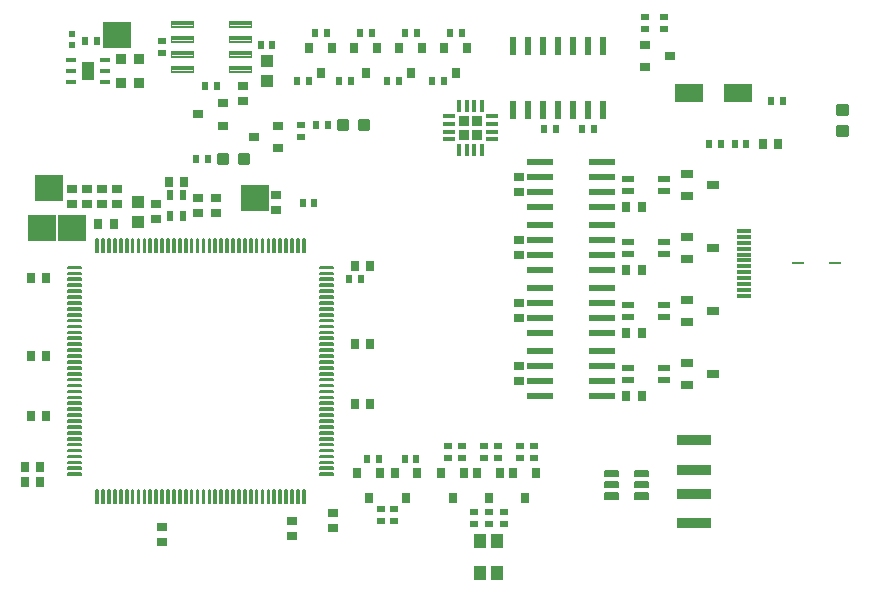
<source format=gbr>
G04 EAGLE Gerber RS-274X export*
G75*
%MOMM*%
%FSLAX34Y34*%
%LPD*%
%INSolderpaste Top*%
%IPPOS*%
%AMOC8*
5,1,8,0,0,1.08239X$1,22.5*%
G01*
%ADD10R,0.600000X0.700000*%
%ADD11R,0.508000X0.965200*%
%ADD12R,0.900000X0.700000*%
%ADD13R,0.700000X0.900000*%
%ADD14R,1.000000X1.100000*%
%ADD15R,2.200000X0.600000*%
%ADD16R,1.050000X0.500000*%
%ADD17R,1.000000X0.700000*%
%ADD18R,0.600000X1.500000*%
%ADD19R,0.800000X0.900000*%
%ADD20R,0.535100X0.644000*%
%ADD21R,1.100000X1.150000*%
%ADD22R,0.700000X0.600000*%
%ADD23R,3.000000X0.900000*%
%ADD24C,0.145000*%
%ADD25C,0.159000*%
%ADD26R,1.200000X0.300000*%
%ADD27R,1.000000X0.200000*%
%ADD28R,2.392000X1.565300*%
%ADD29R,0.900000X0.800000*%
%ADD30R,0.644000X0.535100*%
%ADD31C,0.300000*%
%ADD32R,1.011931X1.581138*%
%ADD33R,0.840000X0.420000*%
%ADD34R,0.920900X0.970200*%
%ADD35R,0.629100X0.560000*%
%ADD36R,2.489200X2.235200*%
%ADD37R,0.960000X0.960000*%
%ADD38R,1.050000X0.340000*%
%ADD39R,0.340000X1.050000*%
%ADD40C,0.120378*%


D10*
X376000Y365760D03*
X386000Y365760D03*
D11*
X263525Y371983D03*
X263525Y354457D03*
X274955Y354457D03*
X274955Y371983D03*
D12*
X287020Y356720D03*
X287020Y369720D03*
D13*
X262740Y383540D03*
X275740Y383540D03*
D14*
X236220Y349640D03*
X236220Y366640D03*
D13*
X420220Y312420D03*
X433220Y312420D03*
X153820Y129540D03*
X140820Y129540D03*
X158900Y236220D03*
X145900Y236220D03*
X158900Y185420D03*
X145900Y185420D03*
D12*
X302260Y356720D03*
X302260Y369720D03*
X401320Y103020D03*
X401320Y90020D03*
D13*
X420220Y195580D03*
X433220Y195580D03*
X420220Y246380D03*
X433220Y246380D03*
X158900Y302260D03*
X145900Y302260D03*
D12*
X256540Y91590D03*
X256540Y78590D03*
X353060Y359260D03*
X353060Y372260D03*
X180340Y364340D03*
X180340Y377340D03*
X193040Y364340D03*
X193040Y377340D03*
X218440Y364340D03*
X218440Y377340D03*
D13*
X203050Y347980D03*
X216050Y347980D03*
D12*
X367030Y96670D03*
X367030Y83670D03*
D13*
X153820Y142240D03*
X140820Y142240D03*
D15*
X577250Y227330D03*
X629250Y227330D03*
X577250Y240030D03*
X577250Y214630D03*
X577250Y201930D03*
X629250Y240030D03*
X629250Y214630D03*
X629250Y201930D03*
D13*
X650090Y201930D03*
X663090Y201930D03*
D12*
X558800Y214480D03*
X558800Y227480D03*
D16*
X651500Y225980D03*
X651500Y215980D03*
X682000Y215980D03*
X682000Y225980D03*
D17*
X723470Y220980D03*
X701470Y211480D03*
X701470Y230480D03*
D15*
X577250Y387350D03*
X629250Y387350D03*
X577250Y400050D03*
X577250Y374650D03*
X577250Y361950D03*
X629250Y400050D03*
X629250Y374650D03*
X629250Y361950D03*
D13*
X650090Y361950D03*
X663090Y361950D03*
D12*
X558800Y374500D03*
X558800Y387500D03*
D16*
X651500Y386000D03*
X651500Y376000D03*
X682000Y376000D03*
X682000Y386000D03*
D17*
X723470Y381000D03*
X701470Y371500D03*
X701470Y390500D03*
D15*
X577250Y334010D03*
X629250Y334010D03*
X577250Y346710D03*
X577250Y321310D03*
X577250Y308610D03*
X629250Y346710D03*
X629250Y321310D03*
X629250Y308610D03*
D13*
X650090Y308610D03*
X663090Y308610D03*
D12*
X558800Y321160D03*
X558800Y334160D03*
D16*
X651500Y332660D03*
X651500Y322660D03*
X682000Y322660D03*
X682000Y332660D03*
D17*
X723470Y327660D03*
X701470Y318160D03*
X701470Y337160D03*
D15*
X577250Y280670D03*
X629250Y280670D03*
X577250Y293370D03*
X577250Y267970D03*
X577250Y255270D03*
X629250Y293370D03*
X629250Y267970D03*
X629250Y255270D03*
D13*
X650090Y255270D03*
X663090Y255270D03*
D12*
X558800Y267820D03*
X558800Y280820D03*
D16*
X651500Y279320D03*
X651500Y269320D03*
X682000Y269320D03*
X682000Y279320D03*
D17*
X723470Y274320D03*
X701470Y264820D03*
X701470Y283820D03*
D18*
X629920Y498170D03*
X617220Y498170D03*
X604520Y498170D03*
X591820Y498170D03*
X579120Y498170D03*
X566420Y498170D03*
X553720Y498170D03*
X553720Y444170D03*
X566420Y444170D03*
X579120Y444170D03*
X591820Y444170D03*
X604520Y444170D03*
X617220Y444170D03*
X629920Y444170D03*
D19*
X476860Y496410D03*
X457860Y496410D03*
X467360Y475410D03*
X514960Y496410D03*
X495960Y496410D03*
X505460Y475410D03*
X400660Y496410D03*
X381660Y496410D03*
X391160Y475410D03*
X438760Y496410D03*
X419760Y496410D03*
X429260Y475410D03*
D20*
X462285Y509270D03*
X472435Y509270D03*
X457195Y468630D03*
X447045Y468630D03*
X500385Y509270D03*
X510535Y509270D03*
X495295Y468630D03*
X485145Y468630D03*
X386085Y509270D03*
X396235Y509270D03*
X380995Y468630D03*
X370845Y468630D03*
X424185Y509270D03*
X434335Y509270D03*
X416555Y468630D03*
X406405Y468630D03*
D12*
X251460Y351640D03*
X251460Y364640D03*
D21*
X525900Y52290D03*
X540900Y52290D03*
X540900Y79790D03*
X525900Y79790D03*
D19*
X573380Y137000D03*
X554380Y137000D03*
X563880Y116000D03*
X542900Y137000D03*
X523900Y137000D03*
X533400Y116000D03*
X512420Y137000D03*
X493420Y137000D03*
X502920Y116000D03*
D22*
X546100Y94060D03*
X546100Y104060D03*
X533400Y94060D03*
X533400Y104060D03*
X520700Y94060D03*
X520700Y104060D03*
D23*
X707660Y119540D03*
X707660Y94540D03*
X707660Y139540D03*
X707660Y164540D03*
D24*
X643015Y134325D02*
X632365Y134325D01*
X632365Y138675D01*
X643015Y138675D01*
X643015Y134325D01*
X643015Y135702D02*
X632365Y135702D01*
X632365Y137079D02*
X643015Y137079D01*
X643015Y138456D02*
X632365Y138456D01*
X632365Y124825D02*
X643015Y124825D01*
X632365Y124825D02*
X632365Y129175D01*
X643015Y129175D01*
X643015Y124825D01*
X643015Y126202D02*
X632365Y126202D01*
X632365Y127579D02*
X643015Y127579D01*
X643015Y128956D02*
X632365Y128956D01*
X632365Y115325D02*
X643015Y115325D01*
X632365Y115325D02*
X632365Y119675D01*
X643015Y119675D01*
X643015Y115325D01*
X643015Y116702D02*
X632365Y116702D01*
X632365Y118079D02*
X643015Y118079D01*
X643015Y119456D02*
X632365Y119456D01*
X657465Y115325D02*
X668115Y115325D01*
X657465Y115325D02*
X657465Y119675D01*
X668115Y119675D01*
X668115Y115325D01*
X668115Y116702D02*
X657465Y116702D01*
X657465Y118079D02*
X668115Y118079D01*
X668115Y119456D02*
X657465Y119456D01*
X657465Y124825D02*
X668115Y124825D01*
X657465Y124825D02*
X657465Y129175D01*
X668115Y129175D01*
X668115Y124825D01*
X668115Y126202D02*
X657465Y126202D01*
X657465Y127579D02*
X668115Y127579D01*
X668115Y128956D02*
X657465Y128956D01*
X657465Y134325D02*
X668115Y134325D01*
X657465Y134325D02*
X657465Y138675D01*
X668115Y138675D01*
X668115Y134325D01*
X668115Y135702D02*
X657465Y135702D01*
X657465Y137079D02*
X668115Y137079D01*
X668115Y138456D02*
X657465Y138456D01*
D22*
X453390Y106600D03*
X453390Y96600D03*
X441960Y106600D03*
X441960Y96600D03*
D25*
X377765Y324315D02*
X377765Y335325D01*
X377765Y324315D02*
X376355Y324315D01*
X376355Y335325D01*
X377765Y335325D01*
X377765Y325825D02*
X376355Y325825D01*
X376355Y327335D02*
X377765Y327335D01*
X377765Y328845D02*
X376355Y328845D01*
X376355Y330355D02*
X377765Y330355D01*
X377765Y331865D02*
X376355Y331865D01*
X376355Y333375D02*
X377765Y333375D01*
X377765Y334885D02*
X376355Y334885D01*
X372765Y335325D02*
X372765Y324315D01*
X371355Y324315D01*
X371355Y335325D01*
X372765Y335325D01*
X372765Y325825D02*
X371355Y325825D01*
X371355Y327335D02*
X372765Y327335D01*
X372765Y328845D02*
X371355Y328845D01*
X371355Y330355D02*
X372765Y330355D01*
X372765Y331865D02*
X371355Y331865D01*
X371355Y333375D02*
X372765Y333375D01*
X372765Y334885D02*
X371355Y334885D01*
X367765Y335325D02*
X367765Y324315D01*
X366355Y324315D01*
X366355Y335325D01*
X367765Y335325D01*
X367765Y325825D02*
X366355Y325825D01*
X366355Y327335D02*
X367765Y327335D01*
X367765Y328845D02*
X366355Y328845D01*
X366355Y330355D02*
X367765Y330355D01*
X367765Y331865D02*
X366355Y331865D01*
X366355Y333375D02*
X367765Y333375D01*
X367765Y334885D02*
X366355Y334885D01*
X362765Y335325D02*
X362765Y324315D01*
X361355Y324315D01*
X361355Y335325D01*
X362765Y335325D01*
X362765Y325825D02*
X361355Y325825D01*
X361355Y327335D02*
X362765Y327335D01*
X362765Y328845D02*
X361355Y328845D01*
X361355Y330355D02*
X362765Y330355D01*
X362765Y331865D02*
X361355Y331865D01*
X361355Y333375D02*
X362765Y333375D01*
X362765Y334885D02*
X361355Y334885D01*
X357765Y335325D02*
X357765Y324315D01*
X356355Y324315D01*
X356355Y335325D01*
X357765Y335325D01*
X357765Y325825D02*
X356355Y325825D01*
X356355Y327335D02*
X357765Y327335D01*
X357765Y328845D02*
X356355Y328845D01*
X356355Y330355D02*
X357765Y330355D01*
X357765Y331865D02*
X356355Y331865D01*
X356355Y333375D02*
X357765Y333375D01*
X357765Y334885D02*
X356355Y334885D01*
X352765Y335325D02*
X352765Y324315D01*
X351355Y324315D01*
X351355Y335325D01*
X352765Y335325D01*
X352765Y325825D02*
X351355Y325825D01*
X351355Y327335D02*
X352765Y327335D01*
X352765Y328845D02*
X351355Y328845D01*
X351355Y330355D02*
X352765Y330355D01*
X352765Y331865D02*
X351355Y331865D01*
X351355Y333375D02*
X352765Y333375D01*
X352765Y334885D02*
X351355Y334885D01*
X347765Y335325D02*
X347765Y324315D01*
X346355Y324315D01*
X346355Y335325D01*
X347765Y335325D01*
X347765Y325825D02*
X346355Y325825D01*
X346355Y327335D02*
X347765Y327335D01*
X347765Y328845D02*
X346355Y328845D01*
X346355Y330355D02*
X347765Y330355D01*
X347765Y331865D02*
X346355Y331865D01*
X346355Y333375D02*
X347765Y333375D01*
X347765Y334885D02*
X346355Y334885D01*
X342765Y335325D02*
X342765Y324315D01*
X341355Y324315D01*
X341355Y335325D01*
X342765Y335325D01*
X342765Y325825D02*
X341355Y325825D01*
X341355Y327335D02*
X342765Y327335D01*
X342765Y328845D02*
X341355Y328845D01*
X341355Y330355D02*
X342765Y330355D01*
X342765Y331865D02*
X341355Y331865D01*
X341355Y333375D02*
X342765Y333375D01*
X342765Y334885D02*
X341355Y334885D01*
X337765Y335325D02*
X337765Y324315D01*
X336355Y324315D01*
X336355Y335325D01*
X337765Y335325D01*
X337765Y325825D02*
X336355Y325825D01*
X336355Y327335D02*
X337765Y327335D01*
X337765Y328845D02*
X336355Y328845D01*
X336355Y330355D02*
X337765Y330355D01*
X337765Y331865D02*
X336355Y331865D01*
X336355Y333375D02*
X337765Y333375D01*
X337765Y334885D02*
X336355Y334885D01*
X332765Y335325D02*
X332765Y324315D01*
X331355Y324315D01*
X331355Y335325D01*
X332765Y335325D01*
X332765Y325825D02*
X331355Y325825D01*
X331355Y327335D02*
X332765Y327335D01*
X332765Y328845D02*
X331355Y328845D01*
X331355Y330355D02*
X332765Y330355D01*
X332765Y331865D02*
X331355Y331865D01*
X331355Y333375D02*
X332765Y333375D01*
X332765Y334885D02*
X331355Y334885D01*
X327765Y335325D02*
X327765Y324315D01*
X326355Y324315D01*
X326355Y335325D01*
X327765Y335325D01*
X327765Y325825D02*
X326355Y325825D01*
X326355Y327335D02*
X327765Y327335D01*
X327765Y328845D02*
X326355Y328845D01*
X326355Y330355D02*
X327765Y330355D01*
X327765Y331865D02*
X326355Y331865D01*
X326355Y333375D02*
X327765Y333375D01*
X327765Y334885D02*
X326355Y334885D01*
X322765Y335325D02*
X322765Y324315D01*
X321355Y324315D01*
X321355Y335325D01*
X322765Y335325D01*
X322765Y325825D02*
X321355Y325825D01*
X321355Y327335D02*
X322765Y327335D01*
X322765Y328845D02*
X321355Y328845D01*
X321355Y330355D02*
X322765Y330355D01*
X322765Y331865D02*
X321355Y331865D01*
X321355Y333375D02*
X322765Y333375D01*
X322765Y334885D02*
X321355Y334885D01*
X317765Y335325D02*
X317765Y324315D01*
X316355Y324315D01*
X316355Y335325D01*
X317765Y335325D01*
X317765Y325825D02*
X316355Y325825D01*
X316355Y327335D02*
X317765Y327335D01*
X317765Y328845D02*
X316355Y328845D01*
X316355Y330355D02*
X317765Y330355D01*
X317765Y331865D02*
X316355Y331865D01*
X316355Y333375D02*
X317765Y333375D01*
X317765Y334885D02*
X316355Y334885D01*
X312765Y335325D02*
X312765Y324315D01*
X311355Y324315D01*
X311355Y335325D01*
X312765Y335325D01*
X312765Y325825D02*
X311355Y325825D01*
X311355Y327335D02*
X312765Y327335D01*
X312765Y328845D02*
X311355Y328845D01*
X311355Y330355D02*
X312765Y330355D01*
X312765Y331865D02*
X311355Y331865D01*
X311355Y333375D02*
X312765Y333375D01*
X312765Y334885D02*
X311355Y334885D01*
X307765Y335325D02*
X307765Y324315D01*
X306355Y324315D01*
X306355Y335325D01*
X307765Y335325D01*
X307765Y325825D02*
X306355Y325825D01*
X306355Y327335D02*
X307765Y327335D01*
X307765Y328845D02*
X306355Y328845D01*
X306355Y330355D02*
X307765Y330355D01*
X307765Y331865D02*
X306355Y331865D01*
X306355Y333375D02*
X307765Y333375D01*
X307765Y334885D02*
X306355Y334885D01*
X302765Y335325D02*
X302765Y324315D01*
X301355Y324315D01*
X301355Y335325D01*
X302765Y335325D01*
X302765Y325825D02*
X301355Y325825D01*
X301355Y327335D02*
X302765Y327335D01*
X302765Y328845D02*
X301355Y328845D01*
X301355Y330355D02*
X302765Y330355D01*
X302765Y331865D02*
X301355Y331865D01*
X301355Y333375D02*
X302765Y333375D01*
X302765Y334885D02*
X301355Y334885D01*
X297765Y335325D02*
X297765Y324315D01*
X296355Y324315D01*
X296355Y335325D01*
X297765Y335325D01*
X297765Y325825D02*
X296355Y325825D01*
X296355Y327335D02*
X297765Y327335D01*
X297765Y328845D02*
X296355Y328845D01*
X296355Y330355D02*
X297765Y330355D01*
X297765Y331865D02*
X296355Y331865D01*
X296355Y333375D02*
X297765Y333375D01*
X297765Y334885D02*
X296355Y334885D01*
X292765Y335325D02*
X292765Y324315D01*
X291355Y324315D01*
X291355Y335325D01*
X292765Y335325D01*
X292765Y325825D02*
X291355Y325825D01*
X291355Y327335D02*
X292765Y327335D01*
X292765Y328845D02*
X291355Y328845D01*
X291355Y330355D02*
X292765Y330355D01*
X292765Y331865D02*
X291355Y331865D01*
X291355Y333375D02*
X292765Y333375D01*
X292765Y334885D02*
X291355Y334885D01*
X287765Y335325D02*
X287765Y324315D01*
X286355Y324315D01*
X286355Y335325D01*
X287765Y335325D01*
X287765Y325825D02*
X286355Y325825D01*
X286355Y327335D02*
X287765Y327335D01*
X287765Y328845D02*
X286355Y328845D01*
X286355Y330355D02*
X287765Y330355D01*
X287765Y331865D02*
X286355Y331865D01*
X286355Y333375D02*
X287765Y333375D01*
X287765Y334885D02*
X286355Y334885D01*
X282765Y335325D02*
X282765Y324315D01*
X281355Y324315D01*
X281355Y335325D01*
X282765Y335325D01*
X282765Y325825D02*
X281355Y325825D01*
X281355Y327335D02*
X282765Y327335D01*
X282765Y328845D02*
X281355Y328845D01*
X281355Y330355D02*
X282765Y330355D01*
X282765Y331865D02*
X281355Y331865D01*
X281355Y333375D02*
X282765Y333375D01*
X282765Y334885D02*
X281355Y334885D01*
X277765Y335325D02*
X277765Y324315D01*
X276355Y324315D01*
X276355Y335325D01*
X277765Y335325D01*
X277765Y325825D02*
X276355Y325825D01*
X276355Y327335D02*
X277765Y327335D01*
X277765Y328845D02*
X276355Y328845D01*
X276355Y330355D02*
X277765Y330355D01*
X277765Y331865D02*
X276355Y331865D01*
X276355Y333375D02*
X277765Y333375D01*
X277765Y334885D02*
X276355Y334885D01*
X272765Y335325D02*
X272765Y324315D01*
X271355Y324315D01*
X271355Y335325D01*
X272765Y335325D01*
X272765Y325825D02*
X271355Y325825D01*
X271355Y327335D02*
X272765Y327335D01*
X272765Y328845D02*
X271355Y328845D01*
X271355Y330355D02*
X272765Y330355D01*
X272765Y331865D02*
X271355Y331865D01*
X271355Y333375D02*
X272765Y333375D01*
X272765Y334885D02*
X271355Y334885D01*
X267765Y335325D02*
X267765Y324315D01*
X266355Y324315D01*
X266355Y335325D01*
X267765Y335325D01*
X267765Y325825D02*
X266355Y325825D01*
X266355Y327335D02*
X267765Y327335D01*
X267765Y328845D02*
X266355Y328845D01*
X266355Y330355D02*
X267765Y330355D01*
X267765Y331865D02*
X266355Y331865D01*
X266355Y333375D02*
X267765Y333375D01*
X267765Y334885D02*
X266355Y334885D01*
X262765Y335325D02*
X262765Y324315D01*
X261355Y324315D01*
X261355Y335325D01*
X262765Y335325D01*
X262765Y325825D02*
X261355Y325825D01*
X261355Y327335D02*
X262765Y327335D01*
X262765Y328845D02*
X261355Y328845D01*
X261355Y330355D02*
X262765Y330355D01*
X262765Y331865D02*
X261355Y331865D01*
X261355Y333375D02*
X262765Y333375D01*
X262765Y334885D02*
X261355Y334885D01*
X257765Y335325D02*
X257765Y324315D01*
X256355Y324315D01*
X256355Y335325D01*
X257765Y335325D01*
X257765Y325825D02*
X256355Y325825D01*
X256355Y327335D02*
X257765Y327335D01*
X257765Y328845D02*
X256355Y328845D01*
X256355Y330355D02*
X257765Y330355D01*
X257765Y331865D02*
X256355Y331865D01*
X256355Y333375D02*
X257765Y333375D01*
X257765Y334885D02*
X256355Y334885D01*
X252765Y335325D02*
X252765Y324315D01*
X251355Y324315D01*
X251355Y335325D01*
X252765Y335325D01*
X252765Y325825D02*
X251355Y325825D01*
X251355Y327335D02*
X252765Y327335D01*
X252765Y328845D02*
X251355Y328845D01*
X251355Y330355D02*
X252765Y330355D01*
X252765Y331865D02*
X251355Y331865D01*
X251355Y333375D02*
X252765Y333375D01*
X252765Y334885D02*
X251355Y334885D01*
X247765Y335325D02*
X247765Y324315D01*
X246355Y324315D01*
X246355Y335325D01*
X247765Y335325D01*
X247765Y325825D02*
X246355Y325825D01*
X246355Y327335D02*
X247765Y327335D01*
X247765Y328845D02*
X246355Y328845D01*
X246355Y330355D02*
X247765Y330355D01*
X247765Y331865D02*
X246355Y331865D01*
X246355Y333375D02*
X247765Y333375D01*
X247765Y334885D02*
X246355Y334885D01*
X242765Y335325D02*
X242765Y324315D01*
X241355Y324315D01*
X241355Y335325D01*
X242765Y335325D01*
X242765Y325825D02*
X241355Y325825D01*
X241355Y327335D02*
X242765Y327335D01*
X242765Y328845D02*
X241355Y328845D01*
X241355Y330355D02*
X242765Y330355D01*
X242765Y331865D02*
X241355Y331865D01*
X241355Y333375D02*
X242765Y333375D01*
X242765Y334885D02*
X241355Y334885D01*
X237765Y335325D02*
X237765Y324315D01*
X236355Y324315D01*
X236355Y335325D01*
X237765Y335325D01*
X237765Y325825D02*
X236355Y325825D01*
X236355Y327335D02*
X237765Y327335D01*
X237765Y328845D02*
X236355Y328845D01*
X236355Y330355D02*
X237765Y330355D01*
X237765Y331865D02*
X236355Y331865D01*
X236355Y333375D02*
X237765Y333375D01*
X237765Y334885D02*
X236355Y334885D01*
X232765Y335325D02*
X232765Y324315D01*
X231355Y324315D01*
X231355Y335325D01*
X232765Y335325D01*
X232765Y325825D02*
X231355Y325825D01*
X231355Y327335D02*
X232765Y327335D01*
X232765Y328845D02*
X231355Y328845D01*
X231355Y330355D02*
X232765Y330355D01*
X232765Y331865D02*
X231355Y331865D01*
X231355Y333375D02*
X232765Y333375D01*
X232765Y334885D02*
X231355Y334885D01*
X227765Y335325D02*
X227765Y324315D01*
X226355Y324315D01*
X226355Y335325D01*
X227765Y335325D01*
X227765Y325825D02*
X226355Y325825D01*
X226355Y327335D02*
X227765Y327335D01*
X227765Y328845D02*
X226355Y328845D01*
X226355Y330355D02*
X227765Y330355D01*
X227765Y331865D02*
X226355Y331865D01*
X226355Y333375D02*
X227765Y333375D01*
X227765Y334885D02*
X226355Y334885D01*
X222765Y335325D02*
X222765Y324315D01*
X221355Y324315D01*
X221355Y335325D01*
X222765Y335325D01*
X222765Y325825D02*
X221355Y325825D01*
X221355Y327335D02*
X222765Y327335D01*
X222765Y328845D02*
X221355Y328845D01*
X221355Y330355D02*
X222765Y330355D01*
X222765Y331865D02*
X221355Y331865D01*
X221355Y333375D02*
X222765Y333375D01*
X222765Y334885D02*
X221355Y334885D01*
X217765Y335325D02*
X217765Y324315D01*
X216355Y324315D01*
X216355Y335325D01*
X217765Y335325D01*
X217765Y325825D02*
X216355Y325825D01*
X216355Y327335D02*
X217765Y327335D01*
X217765Y328845D02*
X216355Y328845D01*
X216355Y330355D02*
X217765Y330355D01*
X217765Y331865D02*
X216355Y331865D01*
X216355Y333375D02*
X217765Y333375D01*
X217765Y334885D02*
X216355Y334885D01*
X212765Y335325D02*
X212765Y324315D01*
X211355Y324315D01*
X211355Y335325D01*
X212765Y335325D01*
X212765Y325825D02*
X211355Y325825D01*
X211355Y327335D02*
X212765Y327335D01*
X212765Y328845D02*
X211355Y328845D01*
X211355Y330355D02*
X212765Y330355D01*
X212765Y331865D02*
X211355Y331865D01*
X211355Y333375D02*
X212765Y333375D01*
X212765Y334885D02*
X211355Y334885D01*
X207765Y335325D02*
X207765Y324315D01*
X206355Y324315D01*
X206355Y335325D01*
X207765Y335325D01*
X207765Y325825D02*
X206355Y325825D01*
X206355Y327335D02*
X207765Y327335D01*
X207765Y328845D02*
X206355Y328845D01*
X206355Y330355D02*
X207765Y330355D01*
X207765Y331865D02*
X206355Y331865D01*
X206355Y333375D02*
X207765Y333375D01*
X207765Y334885D02*
X206355Y334885D01*
X202765Y335325D02*
X202765Y324315D01*
X201355Y324315D01*
X201355Y335325D01*
X202765Y335325D01*
X202765Y325825D02*
X201355Y325825D01*
X201355Y327335D02*
X202765Y327335D01*
X202765Y328845D02*
X201355Y328845D01*
X201355Y330355D02*
X202765Y330355D01*
X202765Y331865D02*
X201355Y331865D01*
X201355Y333375D02*
X202765Y333375D01*
X202765Y334885D02*
X201355Y334885D01*
X188765Y311725D02*
X177755Y311725D01*
X188765Y311725D02*
X188765Y310315D01*
X177755Y310315D01*
X177755Y311725D01*
X177755Y306725D02*
X188765Y306725D01*
X188765Y305315D01*
X177755Y305315D01*
X177755Y306725D01*
X177755Y301725D02*
X188765Y301725D01*
X188765Y300315D01*
X177755Y300315D01*
X177755Y301725D01*
X177755Y296725D02*
X188765Y296725D01*
X188765Y295315D01*
X177755Y295315D01*
X177755Y296725D01*
X177755Y291725D02*
X188765Y291725D01*
X188765Y290315D01*
X177755Y290315D01*
X177755Y291725D01*
X177755Y286725D02*
X188765Y286725D01*
X188765Y285315D01*
X177755Y285315D01*
X177755Y286725D01*
X177755Y281725D02*
X188765Y281725D01*
X188765Y280315D01*
X177755Y280315D01*
X177755Y281725D01*
X177755Y276725D02*
X188765Y276725D01*
X188765Y275315D01*
X177755Y275315D01*
X177755Y276725D01*
X177755Y271725D02*
X188765Y271725D01*
X188765Y270315D01*
X177755Y270315D01*
X177755Y271725D01*
X177755Y266725D02*
X188765Y266725D01*
X188765Y265315D01*
X177755Y265315D01*
X177755Y266725D01*
X177755Y261725D02*
X188765Y261725D01*
X188765Y260315D01*
X177755Y260315D01*
X177755Y261725D01*
X177755Y256725D02*
X188765Y256725D01*
X188765Y255315D01*
X177755Y255315D01*
X177755Y256725D01*
X177755Y251725D02*
X188765Y251725D01*
X188765Y250315D01*
X177755Y250315D01*
X177755Y251725D01*
X177755Y246725D02*
X188765Y246725D01*
X188765Y245315D01*
X177755Y245315D01*
X177755Y246725D01*
X177755Y241725D02*
X188765Y241725D01*
X188765Y240315D01*
X177755Y240315D01*
X177755Y241725D01*
X177755Y236725D02*
X188765Y236725D01*
X188765Y235315D01*
X177755Y235315D01*
X177755Y236725D01*
X177755Y231725D02*
X188765Y231725D01*
X188765Y230315D01*
X177755Y230315D01*
X177755Y231725D01*
X177755Y226725D02*
X188765Y226725D01*
X188765Y225315D01*
X177755Y225315D01*
X177755Y226725D01*
X177755Y221725D02*
X188765Y221725D01*
X188765Y220315D01*
X177755Y220315D01*
X177755Y221725D01*
X177755Y216725D02*
X188765Y216725D01*
X188765Y215315D01*
X177755Y215315D01*
X177755Y216725D01*
X177755Y211725D02*
X188765Y211725D01*
X188765Y210315D01*
X177755Y210315D01*
X177755Y211725D01*
X177755Y206725D02*
X188765Y206725D01*
X188765Y205315D01*
X177755Y205315D01*
X177755Y206725D01*
X177755Y201725D02*
X188765Y201725D01*
X188765Y200315D01*
X177755Y200315D01*
X177755Y201725D01*
X177755Y196725D02*
X188765Y196725D01*
X188765Y195315D01*
X177755Y195315D01*
X177755Y196725D01*
X177755Y191725D02*
X188765Y191725D01*
X188765Y190315D01*
X177755Y190315D01*
X177755Y191725D01*
X177755Y186725D02*
X188765Y186725D01*
X188765Y185315D01*
X177755Y185315D01*
X177755Y186725D01*
X177755Y181725D02*
X188765Y181725D01*
X188765Y180315D01*
X177755Y180315D01*
X177755Y181725D01*
X177755Y176725D02*
X188765Y176725D01*
X188765Y175315D01*
X177755Y175315D01*
X177755Y176725D01*
X177755Y171725D02*
X188765Y171725D01*
X188765Y170315D01*
X177755Y170315D01*
X177755Y171725D01*
X177755Y166725D02*
X188765Y166725D01*
X188765Y165315D01*
X177755Y165315D01*
X177755Y166725D01*
X177755Y161725D02*
X188765Y161725D01*
X188765Y160315D01*
X177755Y160315D01*
X177755Y161725D01*
X177755Y156725D02*
X188765Y156725D01*
X188765Y155315D01*
X177755Y155315D01*
X177755Y156725D01*
X177755Y151725D02*
X188765Y151725D01*
X188765Y150315D01*
X177755Y150315D01*
X177755Y151725D01*
X177755Y146725D02*
X188765Y146725D01*
X188765Y145315D01*
X177755Y145315D01*
X177755Y146725D01*
X177755Y141725D02*
X188765Y141725D01*
X188765Y140315D01*
X177755Y140315D01*
X177755Y141725D01*
X177755Y136725D02*
X188765Y136725D01*
X188765Y135315D01*
X177755Y135315D01*
X177755Y136725D01*
X201355Y122725D02*
X201355Y111715D01*
X201355Y122725D02*
X202765Y122725D01*
X202765Y111715D01*
X201355Y111715D01*
X201355Y113225D02*
X202765Y113225D01*
X202765Y114735D02*
X201355Y114735D01*
X201355Y116245D02*
X202765Y116245D01*
X202765Y117755D02*
X201355Y117755D01*
X201355Y119265D02*
X202765Y119265D01*
X202765Y120775D02*
X201355Y120775D01*
X201355Y122285D02*
X202765Y122285D01*
X206355Y122725D02*
X206355Y111715D01*
X206355Y122725D02*
X207765Y122725D01*
X207765Y111715D01*
X206355Y111715D01*
X206355Y113225D02*
X207765Y113225D01*
X207765Y114735D02*
X206355Y114735D01*
X206355Y116245D02*
X207765Y116245D01*
X207765Y117755D02*
X206355Y117755D01*
X206355Y119265D02*
X207765Y119265D01*
X207765Y120775D02*
X206355Y120775D01*
X206355Y122285D02*
X207765Y122285D01*
X211355Y122725D02*
X211355Y111715D01*
X211355Y122725D02*
X212765Y122725D01*
X212765Y111715D01*
X211355Y111715D01*
X211355Y113225D02*
X212765Y113225D01*
X212765Y114735D02*
X211355Y114735D01*
X211355Y116245D02*
X212765Y116245D01*
X212765Y117755D02*
X211355Y117755D01*
X211355Y119265D02*
X212765Y119265D01*
X212765Y120775D02*
X211355Y120775D01*
X211355Y122285D02*
X212765Y122285D01*
X216355Y122725D02*
X216355Y111715D01*
X216355Y122725D02*
X217765Y122725D01*
X217765Y111715D01*
X216355Y111715D01*
X216355Y113225D02*
X217765Y113225D01*
X217765Y114735D02*
X216355Y114735D01*
X216355Y116245D02*
X217765Y116245D01*
X217765Y117755D02*
X216355Y117755D01*
X216355Y119265D02*
X217765Y119265D01*
X217765Y120775D02*
X216355Y120775D01*
X216355Y122285D02*
X217765Y122285D01*
X221355Y122725D02*
X221355Y111715D01*
X221355Y122725D02*
X222765Y122725D01*
X222765Y111715D01*
X221355Y111715D01*
X221355Y113225D02*
X222765Y113225D01*
X222765Y114735D02*
X221355Y114735D01*
X221355Y116245D02*
X222765Y116245D01*
X222765Y117755D02*
X221355Y117755D01*
X221355Y119265D02*
X222765Y119265D01*
X222765Y120775D02*
X221355Y120775D01*
X221355Y122285D02*
X222765Y122285D01*
X226355Y122725D02*
X226355Y111715D01*
X226355Y122725D02*
X227765Y122725D01*
X227765Y111715D01*
X226355Y111715D01*
X226355Y113225D02*
X227765Y113225D01*
X227765Y114735D02*
X226355Y114735D01*
X226355Y116245D02*
X227765Y116245D01*
X227765Y117755D02*
X226355Y117755D01*
X226355Y119265D02*
X227765Y119265D01*
X227765Y120775D02*
X226355Y120775D01*
X226355Y122285D02*
X227765Y122285D01*
X231355Y122725D02*
X231355Y111715D01*
X231355Y122725D02*
X232765Y122725D01*
X232765Y111715D01*
X231355Y111715D01*
X231355Y113225D02*
X232765Y113225D01*
X232765Y114735D02*
X231355Y114735D01*
X231355Y116245D02*
X232765Y116245D01*
X232765Y117755D02*
X231355Y117755D01*
X231355Y119265D02*
X232765Y119265D01*
X232765Y120775D02*
X231355Y120775D01*
X231355Y122285D02*
X232765Y122285D01*
X236355Y122725D02*
X236355Y111715D01*
X236355Y122725D02*
X237765Y122725D01*
X237765Y111715D01*
X236355Y111715D01*
X236355Y113225D02*
X237765Y113225D01*
X237765Y114735D02*
X236355Y114735D01*
X236355Y116245D02*
X237765Y116245D01*
X237765Y117755D02*
X236355Y117755D01*
X236355Y119265D02*
X237765Y119265D01*
X237765Y120775D02*
X236355Y120775D01*
X236355Y122285D02*
X237765Y122285D01*
X241355Y122725D02*
X241355Y111715D01*
X241355Y122725D02*
X242765Y122725D01*
X242765Y111715D01*
X241355Y111715D01*
X241355Y113225D02*
X242765Y113225D01*
X242765Y114735D02*
X241355Y114735D01*
X241355Y116245D02*
X242765Y116245D01*
X242765Y117755D02*
X241355Y117755D01*
X241355Y119265D02*
X242765Y119265D01*
X242765Y120775D02*
X241355Y120775D01*
X241355Y122285D02*
X242765Y122285D01*
X246355Y122725D02*
X246355Y111715D01*
X246355Y122725D02*
X247765Y122725D01*
X247765Y111715D01*
X246355Y111715D01*
X246355Y113225D02*
X247765Y113225D01*
X247765Y114735D02*
X246355Y114735D01*
X246355Y116245D02*
X247765Y116245D01*
X247765Y117755D02*
X246355Y117755D01*
X246355Y119265D02*
X247765Y119265D01*
X247765Y120775D02*
X246355Y120775D01*
X246355Y122285D02*
X247765Y122285D01*
X251355Y122725D02*
X251355Y111715D01*
X251355Y122725D02*
X252765Y122725D01*
X252765Y111715D01*
X251355Y111715D01*
X251355Y113225D02*
X252765Y113225D01*
X252765Y114735D02*
X251355Y114735D01*
X251355Y116245D02*
X252765Y116245D01*
X252765Y117755D02*
X251355Y117755D01*
X251355Y119265D02*
X252765Y119265D01*
X252765Y120775D02*
X251355Y120775D01*
X251355Y122285D02*
X252765Y122285D01*
X256355Y122725D02*
X256355Y111715D01*
X256355Y122725D02*
X257765Y122725D01*
X257765Y111715D01*
X256355Y111715D01*
X256355Y113225D02*
X257765Y113225D01*
X257765Y114735D02*
X256355Y114735D01*
X256355Y116245D02*
X257765Y116245D01*
X257765Y117755D02*
X256355Y117755D01*
X256355Y119265D02*
X257765Y119265D01*
X257765Y120775D02*
X256355Y120775D01*
X256355Y122285D02*
X257765Y122285D01*
X261355Y122725D02*
X261355Y111715D01*
X261355Y122725D02*
X262765Y122725D01*
X262765Y111715D01*
X261355Y111715D01*
X261355Y113225D02*
X262765Y113225D01*
X262765Y114735D02*
X261355Y114735D01*
X261355Y116245D02*
X262765Y116245D01*
X262765Y117755D02*
X261355Y117755D01*
X261355Y119265D02*
X262765Y119265D01*
X262765Y120775D02*
X261355Y120775D01*
X261355Y122285D02*
X262765Y122285D01*
X266355Y122725D02*
X266355Y111715D01*
X266355Y122725D02*
X267765Y122725D01*
X267765Y111715D01*
X266355Y111715D01*
X266355Y113225D02*
X267765Y113225D01*
X267765Y114735D02*
X266355Y114735D01*
X266355Y116245D02*
X267765Y116245D01*
X267765Y117755D02*
X266355Y117755D01*
X266355Y119265D02*
X267765Y119265D01*
X267765Y120775D02*
X266355Y120775D01*
X266355Y122285D02*
X267765Y122285D01*
X271355Y122725D02*
X271355Y111715D01*
X271355Y122725D02*
X272765Y122725D01*
X272765Y111715D01*
X271355Y111715D01*
X271355Y113225D02*
X272765Y113225D01*
X272765Y114735D02*
X271355Y114735D01*
X271355Y116245D02*
X272765Y116245D01*
X272765Y117755D02*
X271355Y117755D01*
X271355Y119265D02*
X272765Y119265D01*
X272765Y120775D02*
X271355Y120775D01*
X271355Y122285D02*
X272765Y122285D01*
X276355Y122725D02*
X276355Y111715D01*
X276355Y122725D02*
X277765Y122725D01*
X277765Y111715D01*
X276355Y111715D01*
X276355Y113225D02*
X277765Y113225D01*
X277765Y114735D02*
X276355Y114735D01*
X276355Y116245D02*
X277765Y116245D01*
X277765Y117755D02*
X276355Y117755D01*
X276355Y119265D02*
X277765Y119265D01*
X277765Y120775D02*
X276355Y120775D01*
X276355Y122285D02*
X277765Y122285D01*
X281355Y122725D02*
X281355Y111715D01*
X281355Y122725D02*
X282765Y122725D01*
X282765Y111715D01*
X281355Y111715D01*
X281355Y113225D02*
X282765Y113225D01*
X282765Y114735D02*
X281355Y114735D01*
X281355Y116245D02*
X282765Y116245D01*
X282765Y117755D02*
X281355Y117755D01*
X281355Y119265D02*
X282765Y119265D01*
X282765Y120775D02*
X281355Y120775D01*
X281355Y122285D02*
X282765Y122285D01*
X286355Y122725D02*
X286355Y111715D01*
X286355Y122725D02*
X287765Y122725D01*
X287765Y111715D01*
X286355Y111715D01*
X286355Y113225D02*
X287765Y113225D01*
X287765Y114735D02*
X286355Y114735D01*
X286355Y116245D02*
X287765Y116245D01*
X287765Y117755D02*
X286355Y117755D01*
X286355Y119265D02*
X287765Y119265D01*
X287765Y120775D02*
X286355Y120775D01*
X286355Y122285D02*
X287765Y122285D01*
X291355Y122725D02*
X291355Y111715D01*
X291355Y122725D02*
X292765Y122725D01*
X292765Y111715D01*
X291355Y111715D01*
X291355Y113225D02*
X292765Y113225D01*
X292765Y114735D02*
X291355Y114735D01*
X291355Y116245D02*
X292765Y116245D01*
X292765Y117755D02*
X291355Y117755D01*
X291355Y119265D02*
X292765Y119265D01*
X292765Y120775D02*
X291355Y120775D01*
X291355Y122285D02*
X292765Y122285D01*
X296355Y122725D02*
X296355Y111715D01*
X296355Y122725D02*
X297765Y122725D01*
X297765Y111715D01*
X296355Y111715D01*
X296355Y113225D02*
X297765Y113225D01*
X297765Y114735D02*
X296355Y114735D01*
X296355Y116245D02*
X297765Y116245D01*
X297765Y117755D02*
X296355Y117755D01*
X296355Y119265D02*
X297765Y119265D01*
X297765Y120775D02*
X296355Y120775D01*
X296355Y122285D02*
X297765Y122285D01*
X301355Y122725D02*
X301355Y111715D01*
X301355Y122725D02*
X302765Y122725D01*
X302765Y111715D01*
X301355Y111715D01*
X301355Y113225D02*
X302765Y113225D01*
X302765Y114735D02*
X301355Y114735D01*
X301355Y116245D02*
X302765Y116245D01*
X302765Y117755D02*
X301355Y117755D01*
X301355Y119265D02*
X302765Y119265D01*
X302765Y120775D02*
X301355Y120775D01*
X301355Y122285D02*
X302765Y122285D01*
X306355Y122725D02*
X306355Y111715D01*
X306355Y122725D02*
X307765Y122725D01*
X307765Y111715D01*
X306355Y111715D01*
X306355Y113225D02*
X307765Y113225D01*
X307765Y114735D02*
X306355Y114735D01*
X306355Y116245D02*
X307765Y116245D01*
X307765Y117755D02*
X306355Y117755D01*
X306355Y119265D02*
X307765Y119265D01*
X307765Y120775D02*
X306355Y120775D01*
X306355Y122285D02*
X307765Y122285D01*
X311355Y122725D02*
X311355Y111715D01*
X311355Y122725D02*
X312765Y122725D01*
X312765Y111715D01*
X311355Y111715D01*
X311355Y113225D02*
X312765Y113225D01*
X312765Y114735D02*
X311355Y114735D01*
X311355Y116245D02*
X312765Y116245D01*
X312765Y117755D02*
X311355Y117755D01*
X311355Y119265D02*
X312765Y119265D01*
X312765Y120775D02*
X311355Y120775D01*
X311355Y122285D02*
X312765Y122285D01*
X316355Y122725D02*
X316355Y111715D01*
X316355Y122725D02*
X317765Y122725D01*
X317765Y111715D01*
X316355Y111715D01*
X316355Y113225D02*
X317765Y113225D01*
X317765Y114735D02*
X316355Y114735D01*
X316355Y116245D02*
X317765Y116245D01*
X317765Y117755D02*
X316355Y117755D01*
X316355Y119265D02*
X317765Y119265D01*
X317765Y120775D02*
X316355Y120775D01*
X316355Y122285D02*
X317765Y122285D01*
X321355Y122725D02*
X321355Y111715D01*
X321355Y122725D02*
X322765Y122725D01*
X322765Y111715D01*
X321355Y111715D01*
X321355Y113225D02*
X322765Y113225D01*
X322765Y114735D02*
X321355Y114735D01*
X321355Y116245D02*
X322765Y116245D01*
X322765Y117755D02*
X321355Y117755D01*
X321355Y119265D02*
X322765Y119265D01*
X322765Y120775D02*
X321355Y120775D01*
X321355Y122285D02*
X322765Y122285D01*
X326355Y122725D02*
X326355Y111715D01*
X326355Y122725D02*
X327765Y122725D01*
X327765Y111715D01*
X326355Y111715D01*
X326355Y113225D02*
X327765Y113225D01*
X327765Y114735D02*
X326355Y114735D01*
X326355Y116245D02*
X327765Y116245D01*
X327765Y117755D02*
X326355Y117755D01*
X326355Y119265D02*
X327765Y119265D01*
X327765Y120775D02*
X326355Y120775D01*
X326355Y122285D02*
X327765Y122285D01*
X331355Y122725D02*
X331355Y111715D01*
X331355Y122725D02*
X332765Y122725D01*
X332765Y111715D01*
X331355Y111715D01*
X331355Y113225D02*
X332765Y113225D01*
X332765Y114735D02*
X331355Y114735D01*
X331355Y116245D02*
X332765Y116245D01*
X332765Y117755D02*
X331355Y117755D01*
X331355Y119265D02*
X332765Y119265D01*
X332765Y120775D02*
X331355Y120775D01*
X331355Y122285D02*
X332765Y122285D01*
X336355Y122725D02*
X336355Y111715D01*
X336355Y122725D02*
X337765Y122725D01*
X337765Y111715D01*
X336355Y111715D01*
X336355Y113225D02*
X337765Y113225D01*
X337765Y114735D02*
X336355Y114735D01*
X336355Y116245D02*
X337765Y116245D01*
X337765Y117755D02*
X336355Y117755D01*
X336355Y119265D02*
X337765Y119265D01*
X337765Y120775D02*
X336355Y120775D01*
X336355Y122285D02*
X337765Y122285D01*
X341355Y122725D02*
X341355Y111715D01*
X341355Y122725D02*
X342765Y122725D01*
X342765Y111715D01*
X341355Y111715D01*
X341355Y113225D02*
X342765Y113225D01*
X342765Y114735D02*
X341355Y114735D01*
X341355Y116245D02*
X342765Y116245D01*
X342765Y117755D02*
X341355Y117755D01*
X341355Y119265D02*
X342765Y119265D01*
X342765Y120775D02*
X341355Y120775D01*
X341355Y122285D02*
X342765Y122285D01*
X346355Y122725D02*
X346355Y111715D01*
X346355Y122725D02*
X347765Y122725D01*
X347765Y111715D01*
X346355Y111715D01*
X346355Y113225D02*
X347765Y113225D01*
X347765Y114735D02*
X346355Y114735D01*
X346355Y116245D02*
X347765Y116245D01*
X347765Y117755D02*
X346355Y117755D01*
X346355Y119265D02*
X347765Y119265D01*
X347765Y120775D02*
X346355Y120775D01*
X346355Y122285D02*
X347765Y122285D01*
X351355Y122725D02*
X351355Y111715D01*
X351355Y122725D02*
X352765Y122725D01*
X352765Y111715D01*
X351355Y111715D01*
X351355Y113225D02*
X352765Y113225D01*
X352765Y114735D02*
X351355Y114735D01*
X351355Y116245D02*
X352765Y116245D01*
X352765Y117755D02*
X351355Y117755D01*
X351355Y119265D02*
X352765Y119265D01*
X352765Y120775D02*
X351355Y120775D01*
X351355Y122285D02*
X352765Y122285D01*
X356355Y122725D02*
X356355Y111715D01*
X356355Y122725D02*
X357765Y122725D01*
X357765Y111715D01*
X356355Y111715D01*
X356355Y113225D02*
X357765Y113225D01*
X357765Y114735D02*
X356355Y114735D01*
X356355Y116245D02*
X357765Y116245D01*
X357765Y117755D02*
X356355Y117755D01*
X356355Y119265D02*
X357765Y119265D01*
X357765Y120775D02*
X356355Y120775D01*
X356355Y122285D02*
X357765Y122285D01*
X361355Y122725D02*
X361355Y111715D01*
X361355Y122725D02*
X362765Y122725D01*
X362765Y111715D01*
X361355Y111715D01*
X361355Y113225D02*
X362765Y113225D01*
X362765Y114735D02*
X361355Y114735D01*
X361355Y116245D02*
X362765Y116245D01*
X362765Y117755D02*
X361355Y117755D01*
X361355Y119265D02*
X362765Y119265D01*
X362765Y120775D02*
X361355Y120775D01*
X361355Y122285D02*
X362765Y122285D01*
X366355Y122725D02*
X366355Y111715D01*
X366355Y122725D02*
X367765Y122725D01*
X367765Y111715D01*
X366355Y111715D01*
X366355Y113225D02*
X367765Y113225D01*
X367765Y114735D02*
X366355Y114735D01*
X366355Y116245D02*
X367765Y116245D01*
X367765Y117755D02*
X366355Y117755D01*
X366355Y119265D02*
X367765Y119265D01*
X367765Y120775D02*
X366355Y120775D01*
X366355Y122285D02*
X367765Y122285D01*
X371355Y122725D02*
X371355Y111715D01*
X371355Y122725D02*
X372765Y122725D01*
X372765Y111715D01*
X371355Y111715D01*
X371355Y113225D02*
X372765Y113225D01*
X372765Y114735D02*
X371355Y114735D01*
X371355Y116245D02*
X372765Y116245D01*
X372765Y117755D02*
X371355Y117755D01*
X371355Y119265D02*
X372765Y119265D01*
X372765Y120775D02*
X371355Y120775D01*
X371355Y122285D02*
X372765Y122285D01*
X376355Y122725D02*
X376355Y111715D01*
X376355Y122725D02*
X377765Y122725D01*
X377765Y111715D01*
X376355Y111715D01*
X376355Y113225D02*
X377765Y113225D01*
X377765Y114735D02*
X376355Y114735D01*
X376355Y116245D02*
X377765Y116245D01*
X377765Y117755D02*
X376355Y117755D01*
X376355Y119265D02*
X377765Y119265D01*
X377765Y120775D02*
X376355Y120775D01*
X376355Y122285D02*
X377765Y122285D01*
X390355Y135315D02*
X401365Y135315D01*
X390355Y135315D02*
X390355Y136725D01*
X401365Y136725D01*
X401365Y135315D01*
X401365Y140315D02*
X390355Y140315D01*
X390355Y141725D01*
X401365Y141725D01*
X401365Y140315D01*
X401365Y145315D02*
X390355Y145315D01*
X390355Y146725D01*
X401365Y146725D01*
X401365Y145315D01*
X401365Y150315D02*
X390355Y150315D01*
X390355Y151725D01*
X401365Y151725D01*
X401365Y150315D01*
X401365Y155315D02*
X390355Y155315D01*
X390355Y156725D01*
X401365Y156725D01*
X401365Y155315D01*
X401365Y160315D02*
X390355Y160315D01*
X390355Y161725D01*
X401365Y161725D01*
X401365Y160315D01*
X401365Y165315D02*
X390355Y165315D01*
X390355Y166725D01*
X401365Y166725D01*
X401365Y165315D01*
X401365Y170315D02*
X390355Y170315D01*
X390355Y171725D01*
X401365Y171725D01*
X401365Y170315D01*
X401365Y175315D02*
X390355Y175315D01*
X390355Y176725D01*
X401365Y176725D01*
X401365Y175315D01*
X401365Y180315D02*
X390355Y180315D01*
X390355Y181725D01*
X401365Y181725D01*
X401365Y180315D01*
X401365Y185315D02*
X390355Y185315D01*
X390355Y186725D01*
X401365Y186725D01*
X401365Y185315D01*
X401365Y190315D02*
X390355Y190315D01*
X390355Y191725D01*
X401365Y191725D01*
X401365Y190315D01*
X401365Y195315D02*
X390355Y195315D01*
X390355Y196725D01*
X401365Y196725D01*
X401365Y195315D01*
X401365Y200315D02*
X390355Y200315D01*
X390355Y201725D01*
X401365Y201725D01*
X401365Y200315D01*
X401365Y205315D02*
X390355Y205315D01*
X390355Y206725D01*
X401365Y206725D01*
X401365Y205315D01*
X401365Y210315D02*
X390355Y210315D01*
X390355Y211725D01*
X401365Y211725D01*
X401365Y210315D01*
X401365Y215315D02*
X390355Y215315D01*
X390355Y216725D01*
X401365Y216725D01*
X401365Y215315D01*
X401365Y220315D02*
X390355Y220315D01*
X390355Y221725D01*
X401365Y221725D01*
X401365Y220315D01*
X401365Y225315D02*
X390355Y225315D01*
X390355Y226725D01*
X401365Y226725D01*
X401365Y225315D01*
X401365Y230315D02*
X390355Y230315D01*
X390355Y231725D01*
X401365Y231725D01*
X401365Y230315D01*
X401365Y235315D02*
X390355Y235315D01*
X390355Y236725D01*
X401365Y236725D01*
X401365Y235315D01*
X401365Y240315D02*
X390355Y240315D01*
X390355Y241725D01*
X401365Y241725D01*
X401365Y240315D01*
X401365Y245315D02*
X390355Y245315D01*
X390355Y246725D01*
X401365Y246725D01*
X401365Y245315D01*
X401365Y250315D02*
X390355Y250315D01*
X390355Y251725D01*
X401365Y251725D01*
X401365Y250315D01*
X401365Y255315D02*
X390355Y255315D01*
X390355Y256725D01*
X401365Y256725D01*
X401365Y255315D01*
X401365Y260315D02*
X390355Y260315D01*
X390355Y261725D01*
X401365Y261725D01*
X401365Y260315D01*
X401365Y265315D02*
X390355Y265315D01*
X390355Y266725D01*
X401365Y266725D01*
X401365Y265315D01*
X401365Y270315D02*
X390355Y270315D01*
X390355Y271725D01*
X401365Y271725D01*
X401365Y270315D01*
X401365Y275315D02*
X390355Y275315D01*
X390355Y276725D01*
X401365Y276725D01*
X401365Y275315D01*
X401365Y280315D02*
X390355Y280315D01*
X390355Y281725D01*
X401365Y281725D01*
X401365Y280315D01*
X401365Y285315D02*
X390355Y285315D01*
X390355Y286725D01*
X401365Y286725D01*
X401365Y285315D01*
X401365Y290315D02*
X390355Y290315D01*
X390355Y291725D01*
X401365Y291725D01*
X401365Y290315D01*
X401365Y295315D02*
X390355Y295315D01*
X390355Y296725D01*
X401365Y296725D01*
X401365Y295315D01*
X401365Y300315D02*
X390355Y300315D01*
X390355Y301725D01*
X401365Y301725D01*
X401365Y300315D01*
X401365Y305315D02*
X390355Y305315D01*
X390355Y306725D01*
X401365Y306725D01*
X401365Y305315D01*
X401365Y310315D02*
X390355Y310315D01*
X390355Y311725D01*
X401365Y311725D01*
X401365Y310315D01*
D26*
X749628Y286952D03*
X749628Y291952D03*
X749628Y296952D03*
X749628Y301952D03*
X749628Y306952D03*
X749628Y311952D03*
X749628Y316952D03*
X749628Y321952D03*
X749628Y326952D03*
X749628Y331952D03*
X749628Y336952D03*
X749628Y341952D03*
D27*
X795428Y314452D03*
X826428Y314452D03*
D12*
X205740Y364340D03*
X205740Y377340D03*
D22*
X571500Y149940D03*
X571500Y159940D03*
X541020Y149940D03*
X541020Y159940D03*
X510540Y149940D03*
X510540Y159940D03*
D20*
X612145Y427990D03*
X622295Y427990D03*
X590545Y427990D03*
X580395Y427990D03*
D28*
X744979Y458470D03*
X702821Y458470D03*
D29*
X665640Y499720D03*
X665640Y480720D03*
X686640Y490220D03*
D30*
X665480Y513085D03*
X665480Y523235D03*
D31*
X829620Y440880D02*
X836620Y440880D01*
X829620Y440880D02*
X829620Y447880D01*
X836620Y447880D01*
X836620Y440880D01*
X836620Y443730D02*
X829620Y443730D01*
X829620Y446580D02*
X836620Y446580D01*
X836620Y423340D02*
X829620Y423340D01*
X829620Y430340D01*
X836620Y430340D01*
X836620Y423340D01*
X836620Y426190D02*
X829620Y426190D01*
X829620Y429040D02*
X836620Y429040D01*
D20*
X782315Y452120D03*
X772165Y452120D03*
D32*
X194310Y477520D03*
D33*
X179960Y487020D03*
X179960Y477520D03*
X179960Y468020D03*
X208660Y468020D03*
X208660Y477520D03*
X208660Y487020D03*
D34*
X222124Y487680D03*
X237616Y487680D03*
D20*
X191775Y502920D03*
X201925Y502920D03*
D35*
X180340Y499344D03*
X180340Y509036D03*
D34*
X222124Y467360D03*
X237616Y467360D03*
D36*
X218440Y508000D03*
X180340Y344170D03*
X154940Y344170D03*
X335280Y369570D03*
X161290Y378460D03*
D37*
X523960Y435060D03*
X523960Y423460D03*
X512360Y423460D03*
X512360Y435060D03*
D38*
X499560Y439010D03*
X499560Y432510D03*
X499560Y426010D03*
X499560Y419510D03*
D39*
X508410Y410660D03*
X514910Y410660D03*
X521410Y410660D03*
X527910Y410660D03*
D38*
X536760Y419510D03*
X536760Y426010D03*
X536760Y432510D03*
X536760Y439010D03*
D39*
X527910Y447860D03*
X521410Y447860D03*
X514910Y447860D03*
X508410Y447860D03*
D10*
X415370Y300990D03*
X425370Y300990D03*
D22*
X499110Y149940D03*
X499110Y159940D03*
X529590Y149940D03*
X529590Y159940D03*
X560070Y149940D03*
X560070Y159940D03*
D30*
X681990Y513085D03*
X681990Y523235D03*
D10*
X440610Y148590D03*
X430610Y148590D03*
X472360Y148590D03*
X462360Y148590D03*
D19*
X441300Y137000D03*
X422300Y137000D03*
X431800Y116000D03*
X473050Y137000D03*
X454050Y137000D03*
X463550Y116000D03*
D14*
X345440Y486020D03*
X345440Y469020D03*
D12*
X325120Y464970D03*
X325120Y451970D03*
D10*
X350440Y499110D03*
X340440Y499110D03*
D22*
X256540Y492840D03*
X256540Y502840D03*
D29*
X308450Y431190D03*
X308450Y450190D03*
X287450Y440690D03*
D10*
X303450Y464820D03*
X293450Y464820D03*
D29*
X355440Y412140D03*
X355440Y431140D03*
X334440Y421640D03*
D22*
X374650Y421720D03*
X374650Y431720D03*
D31*
X424370Y428300D02*
X424370Y435300D01*
X431370Y435300D01*
X431370Y428300D01*
X424370Y428300D01*
X424370Y431150D02*
X431370Y431150D01*
X431370Y434000D02*
X424370Y434000D01*
X406830Y435300D02*
X406830Y428300D01*
X406830Y435300D02*
X413830Y435300D01*
X413830Y428300D01*
X406830Y428300D01*
X406830Y431150D02*
X413830Y431150D01*
X413830Y434000D02*
X406830Y434000D01*
D10*
X387430Y431800D03*
X397430Y431800D03*
D31*
X322770Y406090D02*
X322770Y399090D01*
X322770Y406090D02*
X329770Y406090D01*
X329770Y399090D01*
X322770Y399090D01*
X322770Y401940D02*
X329770Y401940D01*
X329770Y404790D02*
X322770Y404790D01*
X305230Y406090D02*
X305230Y399090D01*
X305230Y406090D02*
X312230Y406090D01*
X312230Y399090D01*
X305230Y399090D01*
X305230Y401940D02*
X312230Y401940D01*
X312230Y404790D02*
X305230Y404790D01*
D10*
X285830Y402590D03*
X295830Y402590D03*
X741760Y415290D03*
X751760Y415290D03*
X720170Y415290D03*
X730170Y415290D03*
D13*
X765660Y415290D03*
X778660Y415290D03*
D40*
X282974Y514483D02*
X264524Y514483D01*
X264524Y519297D01*
X282974Y519297D01*
X282974Y514483D01*
X282974Y515627D02*
X264524Y515627D01*
X264524Y516771D02*
X282974Y516771D01*
X282974Y517915D02*
X264524Y517915D01*
X264524Y519059D02*
X282974Y519059D01*
X282974Y501783D02*
X264524Y501783D01*
X264524Y506597D01*
X282974Y506597D01*
X282974Y501783D01*
X282974Y502927D02*
X264524Y502927D01*
X264524Y504071D02*
X282974Y504071D01*
X282974Y505215D02*
X264524Y505215D01*
X264524Y506359D02*
X282974Y506359D01*
X282974Y489083D02*
X264524Y489083D01*
X264524Y493897D01*
X282974Y493897D01*
X282974Y489083D01*
X282974Y490227D02*
X264524Y490227D01*
X264524Y491371D02*
X282974Y491371D01*
X282974Y492515D02*
X264524Y492515D01*
X264524Y493659D02*
X282974Y493659D01*
X282974Y476383D02*
X264524Y476383D01*
X264524Y481197D01*
X282974Y481197D01*
X282974Y476383D01*
X282974Y477527D02*
X264524Y477527D01*
X264524Y478671D02*
X282974Y478671D01*
X282974Y479815D02*
X264524Y479815D01*
X264524Y480959D02*
X282974Y480959D01*
X313926Y476383D02*
X332376Y476383D01*
X313926Y476383D02*
X313926Y481197D01*
X332376Y481197D01*
X332376Y476383D01*
X332376Y477527D02*
X313926Y477527D01*
X313926Y478671D02*
X332376Y478671D01*
X332376Y479815D02*
X313926Y479815D01*
X313926Y480959D02*
X332376Y480959D01*
X332376Y489083D02*
X313926Y489083D01*
X313926Y493897D01*
X332376Y493897D01*
X332376Y489083D01*
X332376Y490227D02*
X313926Y490227D01*
X313926Y491371D02*
X332376Y491371D01*
X332376Y492515D02*
X313926Y492515D01*
X313926Y493659D02*
X332376Y493659D01*
X332376Y501783D02*
X313926Y501783D01*
X313926Y506597D01*
X332376Y506597D01*
X332376Y501783D01*
X332376Y502927D02*
X313926Y502927D01*
X313926Y504071D02*
X332376Y504071D01*
X332376Y505215D02*
X313926Y505215D01*
X313926Y506359D02*
X332376Y506359D01*
X332376Y514483D02*
X313926Y514483D01*
X313926Y519297D01*
X332376Y519297D01*
X332376Y514483D01*
X332376Y515627D02*
X313926Y515627D01*
X313926Y516771D02*
X332376Y516771D01*
X332376Y517915D02*
X313926Y517915D01*
X313926Y519059D02*
X332376Y519059D01*
M02*

</source>
